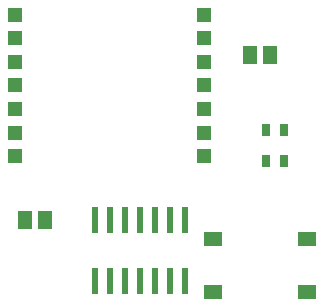
<source format=gtp>
G75*
G70*
%OFA0B0*%
%FSLAX24Y24*%
%IPPOS*%
%LPD*%
%AMOC8*
5,1,8,0,0,1.08239X$1,22.5*
%
%ADD10R,0.0240X0.0870*%
%ADD11R,0.0512X0.0591*%
%ADD12R,0.0276X0.0394*%
%ADD13R,0.0610X0.0512*%
%ADD14R,0.0500X0.0500*%
D10*
X006550Y004616D03*
X007050Y004616D03*
X007550Y004616D03*
X008050Y004616D03*
X008550Y004616D03*
X009050Y004616D03*
X009550Y004616D03*
X009550Y006666D03*
X009050Y006666D03*
X008550Y006666D03*
X008050Y006666D03*
X007550Y006666D03*
X007050Y006666D03*
X006550Y006666D03*
D11*
X004215Y006641D03*
X004885Y006641D03*
X011715Y012141D03*
X012385Y012141D03*
D12*
X012255Y009653D03*
X012845Y009653D03*
X012845Y008629D03*
X012255Y008629D03*
D13*
X013615Y006027D03*
X013615Y004255D03*
X010485Y004255D03*
X010485Y006027D03*
D14*
X010200Y008779D03*
X010200Y009566D03*
X010200Y010354D03*
X010200Y011141D03*
X010200Y011929D03*
X010200Y012716D03*
X010200Y013503D03*
X003900Y013503D03*
X003900Y012716D03*
X003900Y011929D03*
X003900Y011141D03*
X003900Y010354D03*
X003900Y009566D03*
X003900Y008779D03*
M02*

</source>
